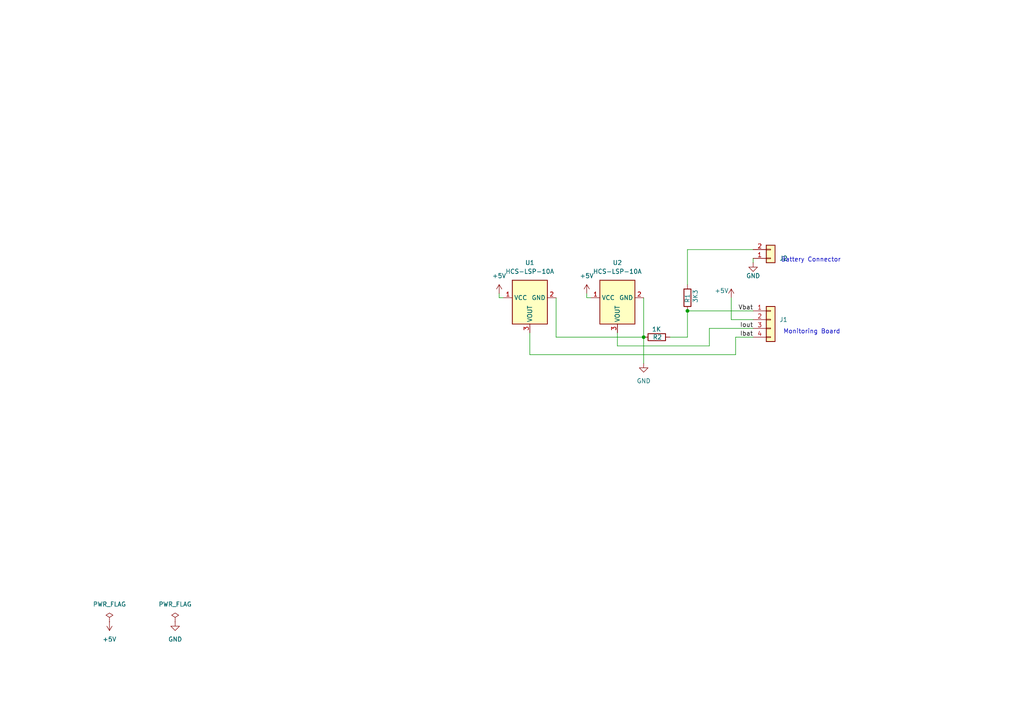
<source format=kicad_sch>
(kicad_sch (version 20250114) (generator "eeschema") (generator_version "9.0")
  (paper "A4")
  (lib_symbols
    (symbol "Connector_Generic:Conn_01x02" (pin_names (offset 1.016) (hide yes))
      (property "Reference" "J" (at 0 2.54 0))
      (property "Value" "Conn_01x02" (at 0 -5.08 0))
      (symbol "Conn_01x02_1_1"
        (rectangle (start -1.27 1.27) (end 1.27 -3.81) (stroke (width 0.254)) (fill (type background)))
        (rectangle (start -1.27 0.127) (end 0 -0.127) (stroke (width 0.1524)))
        (rectangle (start -1.27 -2.413) (end 0 -2.667) (stroke (width 0.1524)))
        (pin passive line (at -5.08 0 0) (length 3.81) (name "Pin_1") (number "1"))
        (pin passive line (at -5.08 -2.54 0) (length 3.81) (name "Pin_2") (number "2"))
      )
    )
    (symbol "Connector_Generic:Conn_01x04" (pin_names (offset 1.016) (hide yes))
      (property "Reference" "J" (at 0 5.08 0))
      (property "Value" "Conn_01x04" (at 0 -7.62 0))
      (symbol "Conn_01x04_1_1"
        (rectangle (start -1.27 3.81) (end 1.27 -6.35) (stroke (width 0.254)) (fill (type background)))
        (rectangle (start -1.27 2.667) (end 0 2.413) (stroke (width 0.1524)))
        (rectangle (start -1.27 0.127) (end 0 -0.127) (stroke (width 0.1524)))
        (rectangle (start -1.27 -2.413) (end 0 -2.667) (stroke (width 0.1524)))
        (rectangle (start -1.27 -4.953) (end 0 -5.207) (stroke (width 0.1524)))
        (pin passive line (at -5.08 2.54 0) (length 3.81) (name "Pin_1") (number "1"))
        (pin passive line (at -5.08 0 0) (length 3.81) (name "Pin_2") (number "2"))
        (pin passive line (at -5.08 -2.54 0) (length 3.81) (name "Pin_3") (number "3"))
        (pin passive line (at -5.08 -5.08 0) (length 3.81) (name "Pin_4") (number "4"))
      )
    )
    (symbol "Device:R" (pin_numbers (hide yes)) (pin_names (offset 0))
      (property "Reference" "R" (at 2.032 0 90))
      (property "Value" "R" (at 0 0 90))
      (symbol "R_0_1"
        (rectangle (start -1.016 -2.54) (end 1.016 2.54) (stroke (width 0.254)))
      )
      (symbol "R_1_1"
        (pin passive line (at 0 3.81 270) (length 1.27) (name "~") (number "1"))
        (pin passive line (at 0 -3.81 90) (length 1.27) (name "~") (number "2"))
      )
    )
    (symbol "HCS-LSP_1"
      (property "Reference" "U" (at 0 2.54 0))
      (property "Value" "HCS-LSP" (at -3.81 -8.89 0))
      (symbol "HCS-LSP_1_0_1"
        (rectangle (start 5.08 5.08) (end -5.08 -7.62) (stroke (width 0.254)) (fill (type background)))
      )
      (symbol "HCS-LSP_1_1_1"
        (pin power_in line (at -7.62 0 0) (length 2.54) (name "VCC") (number "1"))
        (pin output line (at 0 -10.16 90) (length 2.54) (name "VOUT") (number "3"))
        (pin power_in line (at 7.62 0 180) (length 2.54) (name "GND") (number "2"))
      )
    )
    (symbol "IK5PWC:HCS-LSP"
      (property "Reference" "U" (at 0 2.54 0))
      (property "Value" "HCS-LSP" (at -3.81 -8.89 0))
      (symbol "HCS-LSP_0_1"
        (rectangle (start 5.08 5.08) (end -5.08 -7.62) (stroke (width 0.254)) (fill (type background)))
      )
      (symbol "HCS-LSP_1_1"
        (pin power_in line (at -7.62 0 0) (length 2.54) (name "VCC") (number "1"))
        (pin output line (at 0 -10.16 90) (length 2.54) (name "VOUT") (number "3"))
        (pin power_in line (at 7.62 0 180) (length 2.54) (name "GND") (number "2"))
      )
    )
    (symbol "power:+5V" (power) (pin_numbers (hide yes)) (pin_names (offset 0) (hide yes))
      (property "Value" "+5V" (at 0 3.556 0))
      (symbol "+5V_0_1"
        (polyline (pts (xy -0.762 1.27) (xy 0 2.54)))
        (polyline (pts (xy 0 2.54) (xy 0.762 1.27)))
        (polyline (pts (xy 0 0) (xy 0 2.54)))
      )
      (symbol "+5V_1_1"
        (pin power_in line (at 0 0 90) (length 0) (name "~") (number "1"))
      )
    )
    (symbol "power:GND" (power) (pin_numbers (hide yes)) (pin_names (offset 0) (hide yes))
      (property "Value" "GND" (at 0 -3.81 0))
      (symbol "GND_0_1"
        (polyline (pts (xy 0 0) (xy 0 -1.27) (xy 1.27 -1.27) (xy 0 -2.54) (xy -1.27 -1.27) (xy 0 -1.27)))
      )
      (symbol "GND_1_1"
        (pin power_in line (at 0 0 270) (length 0) (name "~") (number "1"))
      )
    )
    (symbol "power:PWR_FLAG" (power) (pin_numbers (hide yes)) (pin_names (offset 0) (hide yes))
      (property "Value" "PWR_FLAG" (at 0 3.81 0))
      (symbol "PWR_FLAG_0_0"
        (pin power_out line (at 0 0 90) (length 0) (name "~") (number "1"))
      )
      (symbol "PWR_FLAG_0_1"
        (polyline (pts (xy 0 0) (xy 0 1.27) (xy -1.016 1.905) (xy 0 2.54) (xy 1.016 1.905) (xy 0 1.27)))
      )
    )
  )
  (text "Monitoring Board" (at 235.458 96.266 0) (effects (font (size 1.27 1.27))))
  (text "Battery Connector" (at 235.204 75.438 0) (effects (font (size 1.27 1.27))))
  (junction (at 186.69 97.79))
  (junction (at 199.39 90.17))
  (wire (pts (xy 179.07 100.33) (xy 205.74 100.33)))
  (wire (pts (xy 213.36 97.79) (xy 218.44 97.79)))
  (wire (pts (xy 213.36 97.79) (xy 213.36 102.87)))
  (wire (pts (xy 212.09 86.36) (xy 212.09 92.71)))
  (wire (pts (xy 170.18 85.09) (xy 170.18 86.36)))
  (wire (pts (xy 179.07 96.52) (xy 179.07 100.33)))
  (wire (pts (xy 144.78 85.09) (xy 144.78 86.36)))
  (wire (pts (xy 186.69 97.79) (xy 186.69 105.41)))
  (wire (pts (xy 161.29 86.36) (xy 161.29 97.79)))
  (wire (pts (xy 218.44 74.93) (xy 218.44 76.2)))
  (wire (pts (xy 170.18 86.36) (xy 171.45 86.36)))
  (wire (pts (xy 153.67 102.87) (xy 213.36 102.87)))
  (wire (pts (xy 199.39 72.39) (xy 218.44 72.39)))
  (wire (pts (xy 212.09 92.71) (xy 218.44 92.71)))
  (wire (pts (xy 199.39 97.79) (xy 194.31 97.79)))
  (wire (pts (xy 199.39 82.55) (xy 199.39 72.39)))
  (wire (pts (xy 144.78 86.36) (xy 146.05 86.36)))
  (wire (pts (xy 199.39 90.17) (xy 199.39 97.79)))
  (wire (pts (xy 199.39 90.17) (xy 218.44 90.17)))
  (wire (pts (xy 205.74 95.25) (xy 218.44 95.25)))
  (wire (pts (xy 186.69 86.36) (xy 186.69 97.79)))
  (wire (pts (xy 161.29 97.79) (xy 186.69 97.79)))
  (wire (pts (xy 205.74 95.25) (xy 205.74 100.33)))
  (wire (pts (xy 153.67 96.52) (xy 153.67 102.87)))
  (label "Vbat" (at 218.44 90.17 180))
  (label "Ibat" (at 218.44 97.79 180))
  (label "Iout" (at 218.44 95.25 180))
  (symbol (lib_id "power:+5V") (at 212.09 86.36 0) (unit 1)
    (property "Reference" "#PWR01" (effects (hide yes)))
    (property "Value" "+5V" (at 209.296 84.328 0))
    (property "Description" "Power symbol creates a global label with name \"+5V\"" (effects (hide yes)))
  )
  (symbol (lib_id "Device:R") (at 190.5 97.79 90) (unit 1)
    (property "Reference" "R2" (at 192.024 97.79 90) (effects (justify left)))
    (property "Value" "1K" (at 191.77 95.504 90) (effects (justify left)))
    (property "Footprint" "Resistor_THT:R_Axial_DIN0204_L3.6mm_D1.6mm_P7.62mm_Horizontal" (effects (hide yes)))
    (property "Description" "Resistor" (effects (hide yes)))
  )
  (symbol (lib_id "power:+5V") (at 31.75 180.34 180) (unit 1)
    (property "Reference" "#PWR07" (effects (hide yes)))
    (property "Value" "+5V" (at 31.75 185.42 0))
    (property "Description" "Power symbol creates a global label with name \"+5V\"" (effects (hide yes)))
  )
  (symbol (lib_id "power:+5V") (at 144.78 85.09 0) (unit 1)
    (property "Reference" "#PWR03" (effects (hide yes)))
    (property "Value" "+5V" (at 144.78 80.01 0))
    (property "Description" "Power symbol creates a global label with name \"+5V\"" (effects (hide yes)))
  )
  (symbol (lib_id "power:PWR_FLAG") (at 31.75 180.34 0) (unit 1)
    (property "Reference" "#FLG01" (effects (hide yes)))
    (property "Value" "PWR_FLAG" (at 31.75 175.26 0))
    (property "Description" "Special symbol for telling ERC where power comes from" (effects (hide yes)))
  )
  (symbol (lib_id "power:+5V") (at 170.18 85.09 0) (unit 1)
    (property "Reference" "#PWR02" (effects (hide yes)))
    (property "Value" "+5V" (at 170.18 80.01 0))
    (property "Description" "Power symbol creates a global label with name \"+5V\"" (effects (hide yes)))
  )
  (symbol (lib_id "IK5PWC:HCS-LSP") (at 179.07 86.36 0) (unit 1)
    (property "Reference" "U2" (at 179.07 76.2 0))
    (property "Value" "HCS-LSP-10A" (at 179.07 78.74 0))
    (property "Footprint" "IK5PWC:HCS-LSP" (effects (hide yes)))
  )
  (symbol (lib_id "power:GND") (at 218.44 76.2 0) (unit 1)
    (property "Reference" "#PWR05" (effects (hide yes)))
    (property "Value" "GND" (at 218.44 80.01 0))
    (property "Description" "Power symbol creates a global label with name \"GND\" , ground" (effects (hide yes)))
  )
  (symbol (lib_id "Connector_Generic:Conn_01x02") (at 223.52 74.93 0) (mirror x) (unit 1)
    (property "Reference" "J2" (at 226.06 74.9301 0) (effects (justify left)))
    (property "Value" "Conn_01x02" (effects (hide yes)))
    (property "Footprint" "IK5PWC:Mammooth_4mm" (effects (hide yes)))
    (property "Description" "Generic connector, single row, 01x02, script generated (kicad-library-utils/schlib/autogen/connector/)" (effects (hide yes)))
  )
  (symbol (lib_id "power:GND") (at 50.8 180.34 0) (unit 1)
    (property "Reference" "#PWR06" (effects (hide yes)))
    (property "Value" "GND" (at 50.8 185.42 0))
    (property "Description" "Power symbol creates a global label with name \"GND\" , ground" (effects (hide yes)))
  )
  (symbol (lib_id "Connector_Generic:Conn_01x04") (at 223.52 92.71 0) (unit 1)
    (property "Reference" "J1" (at 226.06 92.7099 0) (effects (justify left)))
    (property "Value" "Conn_01x04" (effects (hide yes)))
    (property "Footprint" "Connector_JST:JST_XH_B4B-XH-A_1x04_P2.50mm_Vertical" (effects (hide yes)))
    (property "Description" "Generic connector, single row, 01x04, script generated (kicad-library-utils/schlib/autogen/connector/)" (effects (hide yes)))
  )
  (symbol (lib_id "Device:R") (at 199.39 86.36 0) (unit 1)
    (property "Reference" "R1" (at 199.39 87.884 90) (effects (justify left)))
    (property "Value" "3K3" (at 201.676 87.884 90) (effects (justify left)))
    (property "Footprint" "Resistor_THT:R_Axial_DIN0204_L3.6mm_D1.6mm_P7.62mm_Horizontal" (effects (hide yes)))
    (property "Description" "Resistor" (effects (hide yes)))
  )
  (symbol (lib_id "power:GND") (at 186.69 105.41 0) (unit 1)
    (property "Reference" "#PWR04" (effects (hide yes)))
    (property "Value" "GND" (at 186.69 110.49 0))
    (property "Description" "Power symbol creates a global label with name \"GND\" , ground" (effects (hide yes)))
  )
  (symbol (lib_id "power:PWR_FLAG") (at 50.8 180.34 0) (unit 1)
    (property "Reference" "#FLG02" (effects (hide yes)))
    (property "Value" "PWR_FLAG" (at 50.8 175.26 0))
    (property "Description" "Special symbol for telling ERC where power comes from" (effects (hide yes)))
  )
  (symbol (lib_name "HCS-LSP_1") (lib_id "IK5PWC:HCS-LSP") (at 153.67 86.36 0) (unit 1)
    (property "Reference" "U1" (at 153.67 76.2 0))
    (property "Value" "HCS-LSP-10A" (at 153.67 78.74 0))
    (property "Footprint" "IK5PWC:HCS-LSP" (effects (hide yes)))
  )
)
</source>
